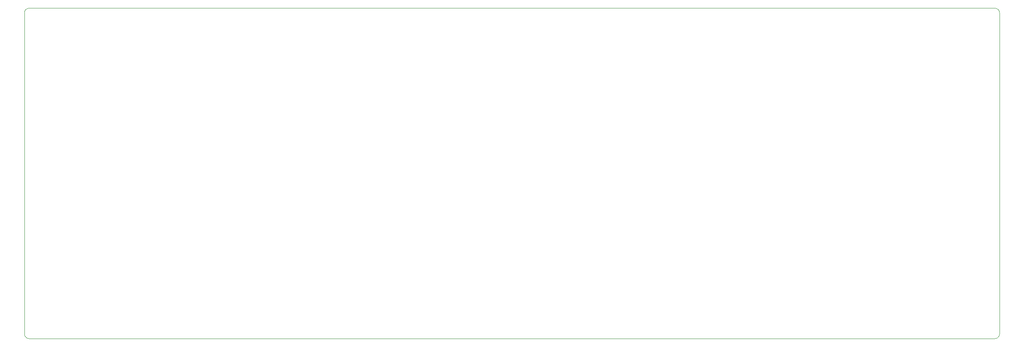
<source format=gbr>
%TF.GenerationSoftware,Altium Limited,Altium Designer,25.8.1 (18)*%
G04 Layer_Color=0*
%FSLAX45Y45*%
%MOMM*%
%TF.SameCoordinates,304ADD41-B96C-4BE1-A440-764D1465AFBB*%
%TF.FilePolarity,Positive*%
%TF.FileFunction,Profile,NP*%
%TF.Part,Single*%
G01*
G75*
%TA.AperFunction,Profile*%
%ADD165C,0.02540*%
D165*
X-10200000Y-3500000D02*
G02*
X-10300000Y-3400000I0J100000D01*
G01*
Y3400000D01*
D02*
G02*
X-10200000Y3500000I100000J0D01*
G01*
X10200000D01*
D02*
G02*
X10300000Y3400000I0J-100000D01*
G01*
X10300000Y-3400000D01*
D02*
G02*
X10200000Y-3500000I-100000J0D01*
G01*
X-10200000D01*
%TF.MD5,dc2d3d5955c05d193a4a8f610716b51f*%
M02*

</source>
